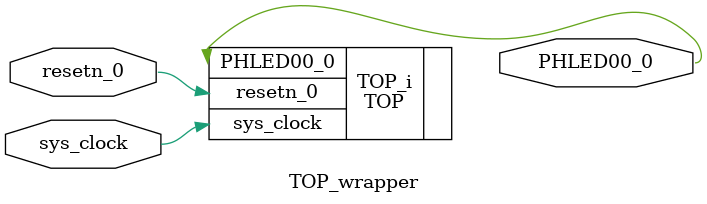
<source format=v>
`timescale 1 ps / 1 ps

module TOP_wrapper
   (PHLED00_0,
    resetn_0,
    sys_clock);
  output PHLED00_0;
  input resetn_0;
  input sys_clock;

  wire PHLED00_0;
  wire resetn_0;
  wire sys_clock;

  TOP TOP_i
       (.PHLED00_0(PHLED00_0),
        .resetn_0(resetn_0),
        .sys_clock(sys_clock));
endmodule

</source>
